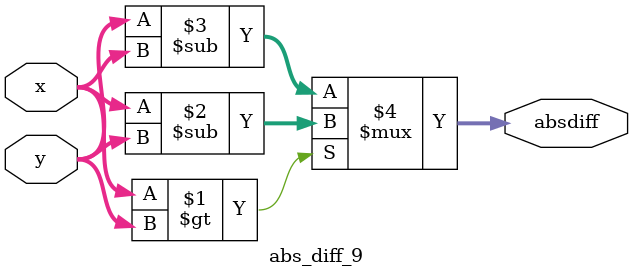
<source format=v>
`timescale 1ns / 1ps

module abs_diff_9(
    input [9:0] x,
    input [9:0] y,
    output [9:0] absdiff
    );
	 
	 assign absdiff = (x>y) ? x-y : y-x;


endmodule

</source>
